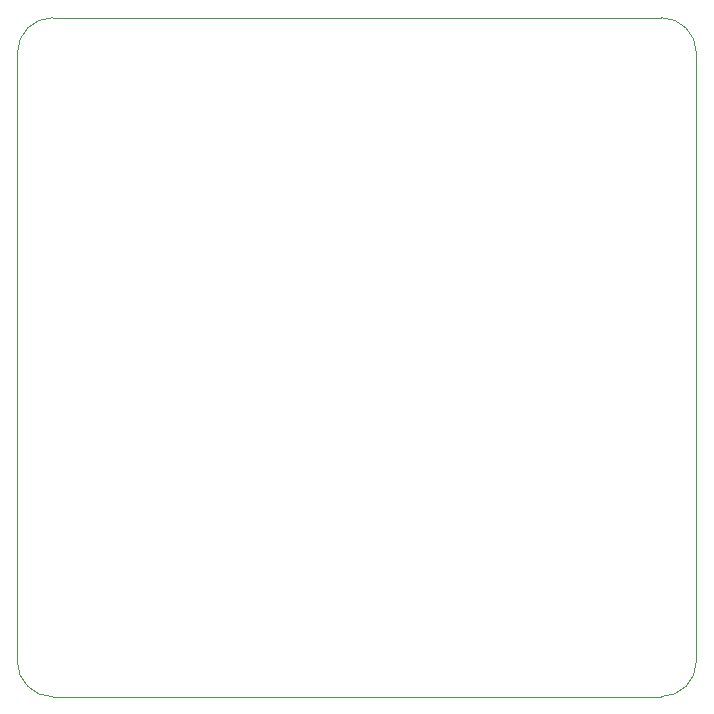
<source format=gbr>
%TF.GenerationSoftware,KiCad,Pcbnew,8.0.8+1*%
%TF.CreationDate,2025-01-27T22:00:13-08:00*%
%TF.ProjectId,pico-logic-analyzer,7069636f-2d6c-46f6-9769-632d616e616c,rev?*%
%TF.SameCoordinates,Original*%
%TF.FileFunction,Profile,NP*%
%FSLAX46Y46*%
G04 Gerber Fmt 4.6, Leading zero omitted, Abs format (unit mm)*
G04 Created by KiCad (PCBNEW 8.0.8+1) date 2025-01-27 22:00:13*
%MOMM*%
%LPD*%
G01*
G04 APERTURE LIST*
%TA.AperFunction,Profile*%
%ADD10C,0.050000*%
%TD*%
G04 APERTURE END LIST*
D10*
X139000000Y-106500000D02*
X139000000Y-55000000D01*
X142000000Y-52000000D02*
X193500000Y-52000000D01*
X193500000Y-109500000D02*
X142000000Y-109500000D01*
X139000000Y-55000000D02*
G75*
G02*
X142000000Y-52000000I3000000J0D01*
G01*
X196500000Y-55000000D02*
X196500000Y-106500000D01*
X193500000Y-52000000D02*
G75*
G02*
X196500000Y-55000000I0J-3000000D01*
G01*
X196500000Y-106500000D02*
G75*
G02*
X193500000Y-109500000I-3000000J0D01*
G01*
X142000000Y-109500000D02*
G75*
G02*
X139000000Y-106500000I0J3000000D01*
G01*
M02*

</source>
